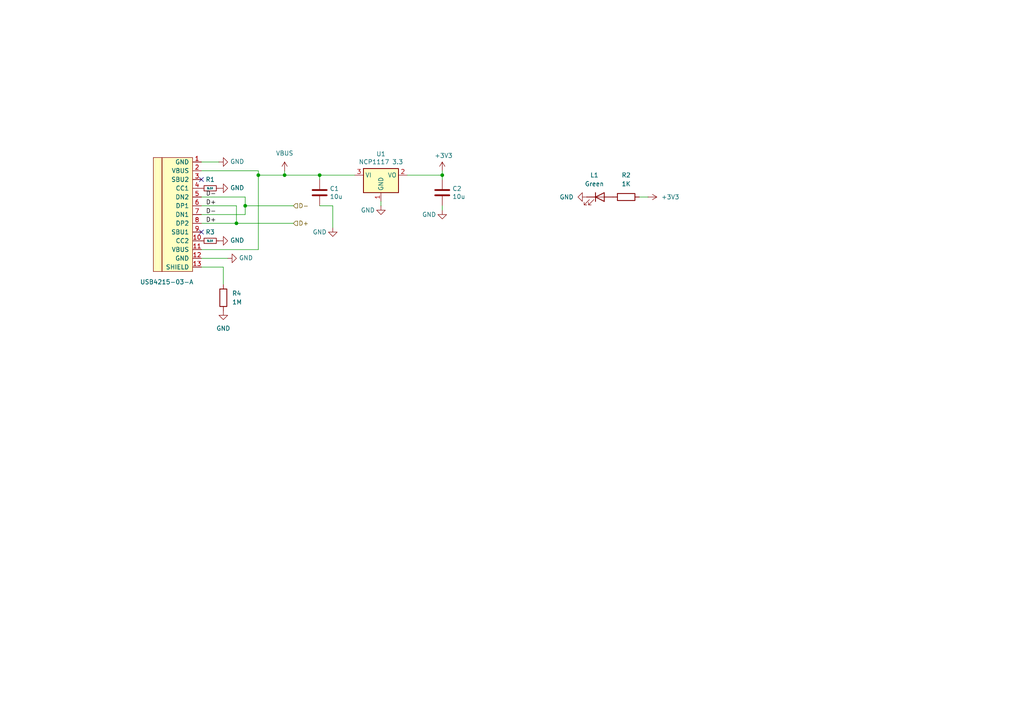
<source format=kicad_sch>
(kicad_sch (version 20250114) (generator "eeschema") (generator_version "9.0")
  (paper "A4")
  (title_block (title "MiniFRANK RM2F") (date "2025-03-13") (rev "1.00") (company "Mikhail Matveev") (comment 1 "https://github.com/xtremespb/frank"))
  (lib_symbols
    (symbol "+3V3_1" (power) (pin_numbers (hide yes)) (pin_names (offset 0) (hide yes))
      (property "Value" "+3V3" (at 0 3.556 0))
      (symbol "+3V3_1_0_1"
        (polyline (pts (xy -0.762 1.27) (xy 0 2.54)))
        (polyline (pts (xy 0 2.54) (xy 0.762 1.27)))
        (polyline (pts (xy 0 0) (xy 0 2.54)))
      )
      (symbol "+3V3_1_1_1"
        (pin power_in line (at 0 0 90) (length 0) (name "~") (number "1"))
      )
    )
    (symbol "Device:C" (pin_numbers (hide yes)) (pin_names (offset 0.254))
      (property "Reference" "C" (at 0.635 2.54 0))
      (property "Value" "C" (at 0.635 -2.54 0))
      (symbol "C_0_1"
        (polyline (pts (xy -2.032 0.762) (xy 2.032 0.762)) (stroke (width 0.508)))
        (polyline (pts (xy -2.032 -0.762) (xy 2.032 -0.762)) (stroke (width 0.508)))
      )
      (symbol "C_1_1"
        (pin passive line (at 0 3.81 270) (length 2.794) (name "~") (number "1"))
        (pin passive line (at 0 -3.81 90) (length 2.794) (name "~") (number "2"))
      )
    )
    (symbol "Device:LED" (pin_numbers (hide yes)) (pin_names (offset 1.016) (hide yes))
      (property "Reference" "D" (at 0 2.54 0))
      (property "Value" "LED" (at 0 -2.54 0))
      (symbol "LED_0_1"
        (polyline (pts (xy -3.048 -0.762) (xy -4.572 -2.286) (xy -3.81 -2.286) (xy -4.572 -2.286) (xy -4.572 -1.524)))
        (polyline (pts (xy -1.778 -0.762) (xy -3.302 -2.286) (xy -2.54 -2.286) (xy -3.302 -2.286) (xy -3.302 -1.524)))
        (polyline (pts (xy -1.27 0) (xy 1.27 0)))
        (polyline (pts (xy -1.27 -1.27) (xy -1.27 1.27)) (stroke (width 0.254)))
        (polyline (pts (xy 1.27 -1.27) (xy 1.27 1.27) (xy -1.27 0) (xy 1.27 -1.27)) (stroke (width 0.254)))
      )
      (symbol "LED_1_1"
        (pin passive line (at -3.81 0 0) (length 2.54) (name "K") (number "1"))
        (pin passive line (at 3.81 0 180) (length 2.54) (name "A") (number "2"))
      )
    )
    (symbol "Device:R" (pin_numbers (hide yes)) (pin_names (offset 0))
      (property "Reference" "R" (at 2.032 0 90))
      (property "Value" "R" (at 0 0 90))
      (symbol "R_0_1"
        (rectangle (start -1.016 -2.54) (end 1.016 2.54) (stroke (width 0.254)))
      )
      (symbol "R_1_1"
        (pin passive line (at 0 3.81 270) (length 1.27) (name "~") (number "1"))
        (pin passive line (at 0 -3.81 90) (length 1.27) (name "~") (number "2"))
      )
    )
    (symbol "Device:R_Small" (pin_numbers (hide yes)) (pin_names (offset 0.254) (hide yes))
      (property "Reference" "R" (at 0.762 0.508 0))
      (property "Value" "R_Small" (at 0.762 -1.016 0))
      (symbol "R_Small_0_1"
        (rectangle (start -0.762 1.778) (end 0.762 -1.778) (stroke (width 0.2032)))
      )
      (symbol "R_Small_1_1"
        (pin passive line (at 0 2.54 270) (length 0.762) (name "~") (number "1"))
        (pin passive line (at 0 -2.54 90) (length 0.762) (name "~") (number "2"))
      )
    )
    (symbol "FRANK:USB-C" (pin_names (offset 1.016))
      (property "Value" "USB Type C" (at 0.254 -20.828 0))
      (symbol "USB-C_0_1"
        (rectangle (start -11.43 15.24) (end -8.89 -17.78) (fill (type background)))
        (rectangle (start 0 -17.78) (end -8.89 15.24) (fill (type background)))
      )
      (symbol "USB-C_1_1"
        (pin input line (at 2.54 13.97 180) (length 2.54) (name "GND") (number "1"))
        (pin input line (at 2.54 11.43 180) (length 2.54) (name "VBUS") (number "2"))
        (pin input line (at 2.54 8.89 180) (length 2.54) (name "SBU2") (number "3"))
        (pin input line (at 2.54 6.35 180) (length 2.54) (name "CC1") (number "4"))
        (pin input line (at 2.54 3.81 180) (length 2.54) (name "DN2") (number "5"))
        (pin input line (at 2.54 1.27 180) (length 2.54) (name "DP1") (number "6"))
        (pin input line (at 2.54 -1.27 180) (length 2.54) (name "DN1") (number "7"))
        (pin input line (at 2.54 -3.81 180) (length 2.54) (name "DP2") (number "8"))
        (pin input line (at 2.54 -6.35 180) (length 2.54) (name "SBU1") (number "9"))
        (pin input line (at 2.54 -8.89 180) (length 2.54) (name "CC2") (number "10"))
        (pin input line (at 2.54 -11.43 180) (length 2.54) (name "VBUS") (number "11"))
        (pin input line (at 2.54 -13.97 180) (length 2.54) (name "GND") (number "12"))
        (pin input line (at 2.54 -16.51 180) (length 2.54) (name "SHIELD") (number "13"))
      )
    )
    (symbol "GND_1" (power) (pin_numbers (hide yes)) (pin_names (offset 0) (hide yes))
      (property "Value" "GND" (at 0 -3.81 0))
      (symbol "GND_1_0_1"
        (polyline (pts (xy 0 0) (xy 0 -1.27) (xy 1.27 -1.27) (xy 0 -2.54) (xy -1.27 -1.27) (xy 0 -1.27)))
      )
      (symbol "GND_1_1_1"
        (pin power_in line (at 0 0 270) (length 0) (name "~") (number "1"))
      )
    )
    (symbol "GND_2" (power) (pin_numbers (hide yes)) (pin_names (offset 0) (hide yes))
      (property "Value" "GND" (at 0 -3.81 0))
      (symbol "GND_2_0_1"
        (polyline (pts (xy 0 0) (xy 0 -1.27) (xy 1.27 -1.27) (xy 0 -2.54) (xy -1.27 -1.27) (xy 0 -1.27)))
      )
      (symbol "GND_2_1_1"
        (pin power_in line (at 0 0 270) (length 0) (name "~") (number "1"))
      )
    )
    (symbol "GND_3" (power) (pin_numbers (hide yes)) (pin_names (offset 0) (hide yes))
      (property "Value" "GND" (at 0 -3.81 0))
      (symbol "GND_3_0_1"
        (polyline (pts (xy 0 0) (xy 0 -1.27) (xy 1.27 -1.27) (xy 0 -2.54) (xy -1.27 -1.27) (xy 0 -1.27)))
      )
      (symbol "GND_3_1_1"
        (pin power_in line (at 0 0 270) (length 0) (name "~") (number "1"))
      )
    )
    (symbol "GND_4" (power) (pin_numbers (hide yes)) (pin_names (offset 0) (hide yes))
      (property "Value" "GND" (at 0 -3.81 0))
      (symbol "GND_4_0_1"
        (polyline (pts (xy 0 0) (xy 0 -1.27) (xy 1.27 -1.27) (xy 0 -2.54) (xy -1.27 -1.27) (xy 0 -1.27)))
      )
      (symbol "GND_4_1_1"
        (pin power_in line (at 0 0 270) (length 0) (name "~") (number "1"))
      )
    )
    (symbol "GND_5" (power) (pin_numbers (hide yes)) (pin_names (offset 0) (hide yes))
      (property "Value" "GND" (at 0 -3.81 0))
      (symbol "GND_5_0_1"
        (polyline (pts (xy 0 0) (xy 0 -1.27) (xy 1.27 -1.27) (xy 0 -2.54) (xy -1.27 -1.27) (xy 0 -1.27)))
      )
      (symbol "GND_5_1_1"
        (pin power_in line (at 0 0 270) (length 0) (name "~") (number "1"))
      )
    )
    (symbol "GND_6" (power) (pin_numbers (hide yes)) (pin_names (offset 0) (hide yes))
      (property "Value" "GND" (at 0 -3.81 0))
      (symbol "GND_6_0_1"
        (polyline (pts (xy 0 0) (xy 0 -1.27) (xy 1.27 -1.27) (xy 0 -2.54) (xy -1.27 -1.27) (xy 0 -1.27)))
      )
      (symbol "GND_6_1_1"
        (pin power_in line (at 0 0 270) (length 0) (name "~") (number "1"))
      )
    )
    (symbol "GND_7" (power) (pin_numbers (hide yes)) (pin_names (offset 0) (hide yes))
      (property "Value" "GND" (at 0 -3.81 0))
      (symbol "GND_7_0_1"
        (polyline (pts (xy 0 0) (xy 0 -1.27) (xy 1.27 -1.27) (xy 0 -2.54) (xy -1.27 -1.27) (xy 0 -1.27)))
      )
      (symbol "GND_7_1_1"
        (pin power_in line (at 0 0 270) (length 0) (name "~") (number "1"))
      )
    )
    (symbol "Regulator_Linear:NCP1117-3.3_SOT223"
      (property "Reference" "U" (at -3.81 3.175 0))
      (property "Value" "NCP1117-3.3_SOT223" (at 0 3.175 0))
      (symbol "NCP1117-3.3_SOT223_0_1"
        (rectangle (start -5.08 -5.08) (end 5.08 1.905) (stroke (width 0.254)) (fill (type background)))
      )
      (symbol "NCP1117-3.3_SOT223_1_1"
        (pin power_in line (at -7.62 0 0) (length 2.54) (name "VI") (number "3"))
        (pin power_in line (at 0 -7.62 90) (length 2.54) (name "GND") (number "1"))
        (pin power_out line (at 7.62 0 180) (length 2.54) (name "VO") (number "2"))
      )
    )
    (symbol "power:+3V3" (power) (pin_numbers (hide yes)) (pin_names (offset 0) (hide yes))
      (property "Value" "+3V3" (at 0 3.556 0))
      (symbol "+3V3_0_1"
        (polyline (pts (xy -0.762 1.27) (xy 0 2.54)))
        (polyline (pts (xy 0 2.54) (xy 0.762 1.27)))
        (polyline (pts (xy 0 0) (xy 0 2.54)))
      )
      (symbol "+3V3_1_1"
        (pin power_in line (at 0 0 90) (length 0) (name "~") (number "1"))
      )
    )
    (symbol "power:GND" (power) (pin_numbers (hide yes)) (pin_names (offset 0) (hide yes))
      (property "Value" "GND" (at 0 -3.81 0))
      (symbol "GND_0_1"
        (polyline (pts (xy 0 0) (xy 0 -1.27) (xy 1.27 -1.27) (xy 0 -2.54) (xy -1.27 -1.27) (xy 0 -1.27)))
      )
      (symbol "GND_1_1"
        (pin power_in line (at 0 0 270) (length 0) (name "~") (number "1"))
      )
    )
    (symbol "power:VBUS" (power) (pin_numbers (hide yes)) (pin_names (offset 0) (hide yes))
      (property "Value" "VBUS" (at 0 3.556 0))
      (symbol "VBUS_0_1"
        (polyline (pts (xy -0.762 1.27) (xy 0 2.54)))
        (polyline (pts (xy 0 2.54) (xy 0.762 1.27)))
        (polyline (pts (xy 0 0) (xy 0 2.54)))
      )
      (symbol "VBUS_1_1"
        (pin power_in line (at 0 0 90) (length 0) (name "~") (number "1"))
      )
    )
  )
  (junction (at 74.93 50.8))
  (junction (at 68.58 64.77))
  (junction (at 82.55 50.8))
  (junction (at 92.71 50.8))
  (junction (at 128.27 50.8))
  (junction (at 71.12 59.69))
  (no_connect (at 58.42 67.31))
  (no_connect (at 58.42 52.07))
  (wire (pts (xy 58.42 49.53) (xy 74.93 49.53)))
  (wire (pts (xy 58.42 59.69) (xy 68.58 59.69)))
  (wire (pts (xy 82.55 50.8) (xy 92.71 50.8)))
  (wire (pts (xy 58.42 74.93) (xy 66.04 74.93)))
  (wire (pts (xy 102.87 50.8) (xy 92.71 50.8)))
  (wire (pts (xy 128.27 50.8) (xy 128.27 49.53)))
  (wire (pts (xy 82.55 49.53) (xy 82.55 50.8)))
  (wire (pts (xy 74.93 72.39) (xy 58.42 72.39)))
  (wire (pts (xy 92.71 52.07) (xy 92.71 50.8)))
  (wire (pts (xy 128.27 52.07) (xy 128.27 50.8)))
  (wire (pts (xy 96.52 59.69) (xy 92.71 59.69)))
  (wire (pts (xy 118.11 50.8) (xy 128.27 50.8)))
  (wire (pts (xy 58.42 57.15) (xy 71.12 57.15)))
  (wire (pts (xy 58.42 62.23) (xy 71.12 62.23)))
  (wire (pts (xy 71.12 59.69) (xy 85.09 59.69)))
  (wire (pts (xy 74.93 50.8) (xy 74.93 72.39)))
  (wire (pts (xy 74.93 49.53) (xy 74.93 50.8)))
  (wire (pts (xy 71.12 59.69) (xy 71.12 62.23)))
  (wire (pts (xy 58.42 46.99) (xy 63.5 46.99)))
  (wire (pts (xy 128.27 59.69) (xy 128.27 60.96)))
  (wire (pts (xy 58.42 64.77) (xy 68.58 64.77)))
  (wire (pts (xy 96.52 59.69) (xy 96.52 66.04)))
  (wire (pts (xy 64.77 77.47) (xy 64.77 82.55)))
  (wire (pts (xy 58.42 77.47) (xy 64.77 77.47)))
  (wire (pts (xy 71.12 57.15) (xy 71.12 59.69)))
  (wire (pts (xy 185.42 57.15) (xy 187.96 57.15)))
  (wire (pts (xy 74.93 50.8) (xy 82.55 50.8)))
  (wire (pts (xy 110.49 58.42) (xy 110.49 59.69)))
  (wire (pts (xy 68.58 64.77) (xy 85.09 64.77)))
  (wire (pts (xy 68.58 59.69) (xy 68.58 64.77)))
  (label "D-" (at 59.69 62.23 0))
  (label "D+" (at 59.69 64.77 0))
  (label "D-" (at 59.69 57.15 0))
  (label "D+" (at 59.69 59.69 0))
  (hierarchical_label "D-" (shape input) (at 85.09 59.69 0))
  (hierarchical_label "D+" (shape input) (at 85.09 64.77 0))
  (symbol (lib_name "GND_3") (lib_id "power:GND") (at 96.52 66.04 0) (unit 1)
    (property "Reference" "#PWR010" (effects (hide yes)))
    (property "Value" "GND" (at 92.71 67.31 0))
    (property "Description" "Power symbol creates a global label with name \"GND\" , ground" (effects (hide yes)))
  )
  (symbol (lib_id "power:VBUS") (at 82.55 49.53 0) (unit 1)
    (property "Reference" "#PWR03" (effects (hide yes)))
    (property "Value" "VBUS" (at 82.55 44.45 0))
    (property "Description" "Power symbol creates a global label with name \"VBUS\"" (effects (hide yes)))
  )
  (symbol (lib_name "GND_5") (lib_id "power:GND") (at 63.5 69.85 90) (unit 1)
    (property "Reference" "#PWR011" (effects (hide yes)))
    (property "Value" "GND" (at 66.7512 69.723 90) (effects (justify right)))
    (property "Description" "Power symbol creates a global label with name \"GND\" , ground" (effects (hide yes)))
  )
  (symbol (lib_name "GND_2") (lib_id "power:GND") (at 170.18 57.15 270) (unit 1)
    (property "Reference" "#PWR06" (effects (hide yes)))
    (property "Value" "GND" (at 166.37 57.1499 90) (effects (justify right)))
    (property "Description" "Power symbol creates a global label with name \"GND\" , ground" (effects (hide yes)))
  )
  (symbol (lib_id "Device:LED") (at 173.99 57.15 0) (unit 1)
    (property "Reference" "L1" (at 172.4025 50.8 0))
    (property "Value" "Green" (at 172.4025 53.34 0))
    (property "Footprint" "FRANK:LED (0805)" (effects (hide yes)))
    (property "Description" "Light emitting diode" (effects (hide yes)))
    (property "AliExpress" "https://www.aliexpress.com/item/1005007252088951.html" (effects (hide yes)))
    (property "Sim.Pins" "1=K 2=A" (effects (hide yes)))
  )
  (symbol (lib_id "Regulator_Linear:NCP1117-3.3_SOT223") (at 110.49 50.8 0) (unit 1)
    (property "Reference" "U1" (at 110.49 44.6532 0))
    (property "Value" "NCP1117 3.3" (at 110.49 46.9646 0))
    (property "Footprint" "FRANK:SOT-223" (effects (hide yes)))
    (property "Datasheet" "http://www.onsemi.com/pub_link/Collateral/NCP1117-D.PDF" (effects (hide yes)))
    (property "AliExpress" "https://www.aliexpress.com/item/1005005802338707.html" (effects (hide yes)))
  )
  (symbol (lib_id "Device:C") (at 128.27 55.88 0) (unit 1)
    (property "Reference" "C2" (at 131.191 54.7116 0) (effects (justify left)))
    (property "Value" "10u" (at 131.191 57.023 0) (effects (justify left)))
    (property "Footprint" "FRANK:Capacitor (0805)" (effects (hide yes)))
    (property "Datasheet" "https://eu.mouser.com/datasheet/2/40/KGM_X7R-3223212.pdf" (effects (hide yes)))
    (property "AliExpress" "https://www.aliexpress.com/item/33008008276.html" (effects (hide yes)))
  )
  (symbol (lib_name "GND_7") (lib_id "power:GND") (at 66.04 74.93 90) (unit 1)
    (property "Reference" "#PWR014" (effects (hide yes)))
    (property "Value" "GND" (at 69.2912 74.803 90) (effects (justify right)))
    (property "Description" "Power symbol creates a global label with name \"GND\" , ground" (effects (hide yes)))
  )
  (symbol (lib_id "FRANK:USB-C") (at 55.88 60.96 0) (unit 1)
    (property "Reference" "USB1" (effects (hide yes)))
    (property "Value" "USB4215-03-A" (at 56.134 81.788 0) (effects (justify right)))
    (property "Footprint" "FRANK:USB Type C" (effects (hide yes)))
    (property "Datasheet" "https://eu.mouser.com/datasheet/2/837/usb4215-3472997.pdf" (effects (hide yes)))
    (property "LCSC" "C165948" (effects (hide yes)))
    (property "AliExpress" "https://www.aliexpress.com/item/1005005500797563.html" (effects (hide yes)))
  )
  (symbol (lib_id "Device:C") (at 92.71 55.88 0) (unit 1)
    (property "Reference" "C1" (at 95.631 54.7116 0) (effects (justify left)))
    (property "Value" "10u" (at 95.631 57.023 0) (effects (justify left)))
    (property "Footprint" "FRANK:Capacitor (0805)" (effects (hide yes)))
    (property "Datasheet" "https://eu.mouser.com/datasheet/2/40/KGM_X7R-3223212.pdf" (effects (hide yes)))
    (property "AliExpress" "https://www.aliexpress.com/item/33008008276.html" (effects (hide yes)))
  )
  (symbol (lib_id "Device:R") (at 181.61 57.15 90) (unit 1)
    (property "Reference" "R2" (at 181.61 50.8 90))
    (property "Value" "1K" (at 181.61 53.34 90))
    (property "Footprint" "FRANK:Resistor (0805)" (effects (hide yes)))
    (property "Datasheet" "https://www.vishay.com/docs/28952/mcs0402at-mct0603at-mcu0805at-mca1206at.pdf" (effects (hide yes)))
    (property "Description" "Resistor" (effects (hide yes)))
    (property "AliExpress" "https://www.vishay.com/docs/28952/mcs0402at-mct0603at-mcu0805at-mca1206at.pdf" (effects (hide yes)))
  )
  (symbol (lib_id "Device:R_Small") (at 60.96 69.85 270) (unit 1)
    (property "Reference" "R3" (at 60.96 67.31 90))
    (property "Value" "5.1K" (at 60.96 69.85 90) (effects (font (size 0.508 0.508))))
    (property "Footprint" "FRANK:Resistor (0805)" (effects (hide yes)))
    (property "Datasheet" "https://www.vishay.com/docs/28952/mcs0402at-mct0603at-mcu0805at-mca1206at.pdf" (effects (hide yes)))
    (property "LCSC" " " (effects (hide yes)))
    (property "AliExpress" "https://www.aliexpress.com/item/1005005945735199.html" (effects (hide yes)))
  )
  (symbol (lib_name "GND_6") (lib_id "power:GND") (at 63.5 54.61 90) (unit 1)
    (property "Reference" "#PWR05" (effects (hide yes)))
    (property "Value" "GND" (at 66.7512 54.483 90) (effects (justify right)))
    (property "Description" "Power symbol creates a global label with name \"GND\" , ground" (effects (hide yes)))
  )
  (symbol (lib_name "GND_1") (lib_id "power:GND") (at 128.27 60.96 0) (unit 1)
    (property "Reference" "#PWR09" (effects (hide yes)))
    (property "Value" "GND" (at 124.46 62.23 0))
    (property "Description" "Power symbol creates a global label with name \"GND\" , ground" (effects (hide yes)))
  )
  (symbol (lib_id "power:+3V3") (at 128.27 49.53 0) (unit 1)
    (property "Reference" "#PWR04" (effects (hide yes)))
    (property "Value" "+3V3" (at 128.651 45.1358 0))
    (property "Description" "Power symbol creates a global label with name \"+3V3\"" (effects (hide yes)))
  )
  (symbol (lib_id "Device:R_Small") (at 60.96 54.61 270) (unit 1)
    (property "Reference" "R1" (at 60.96 52.07 90))
    (property "Value" "5.1K" (at 60.96 54.61 90) (effects (font (size 0.508 0.508))))
    (property "Footprint" "FRANK:Resistor (0805)" (effects (hide yes)))
    (property "Datasheet" "https://www.vishay.com/docs/28952/mcs0402at-mct0603at-mcu0805at-mca1206at.pdf" (effects (hide yes)))
    (property "LCSC" " " (effects (hide yes)))
    (property "AliExpress" "https://www.aliexpress.com/item/1005005945735199.html" (effects (hide yes)))
  )
  (symbol (lib_id "power:GND") (at 63.5 46.99 90) (unit 1)
    (property "Reference" "#PWR02" (effects (hide yes)))
    (property "Value" "GND" (at 66.7512 46.863 90) (effects (justify right)))
    (property "Description" "Power symbol creates a global label with name \"GND\" , ground" (effects (hide yes)))
  )
  (symbol (lib_id "power:GND") (at 64.77 90.17 0) (unit 1)
    (property "Reference" "#PWR017" (effects (hide yes)))
    (property "Value" "GND" (at 64.77 95.25 0))
    (property "Description" "Power symbol creates a global label with name \"GND\" , ground" (effects (hide yes)))
  )
  (symbol (lib_id "Device:R") (at 64.77 86.36 0) (unit 1)
    (property "Reference" "R4" (at 67.31 85.0899 0) (effects (justify left)))
    (property "Value" "1M" (at 67.31 87.6299 0) (effects (justify left)))
    (property "Footprint" "FRANK:Resistor (0805)" (effects (hide yes)))
    (property "Datasheet" "https://www.vishay.com/docs/28952/mcs0402at-mct0603at-mcu0805at-mca1206at.pdf" (effects (hide yes)))
    (property "AliExpress" "https://www.aliexpress.com/item/1005005945735199.html" (effects (hide yes)))
  )
  (symbol (lib_name "+3V3_1") (lib_id "power:+3V3") (at 187.96 57.15 270) (unit 1)
    (property "Reference" "#PWR07" (effects (hide yes)))
    (property "Value" "+3V3" (at 191.77 57.1499 90) (effects (justify left)))
    (property "Description" "Power symbol creates a global label with name \"+3V3\"" (effects (hide yes)))
  )
  (symbol (lib_name "GND_4") (lib_id "power:GND") (at 110.49 59.69 0) (unit 1)
    (property "Reference" "#PWR08" (effects (hide yes)))
    (property "Value" "GND" (at 106.68 60.96 0))
    (property "Description" "Power symbol creates a global label with name \"GND\" , ground" (effects (hide yes)))
  )
)
</source>
